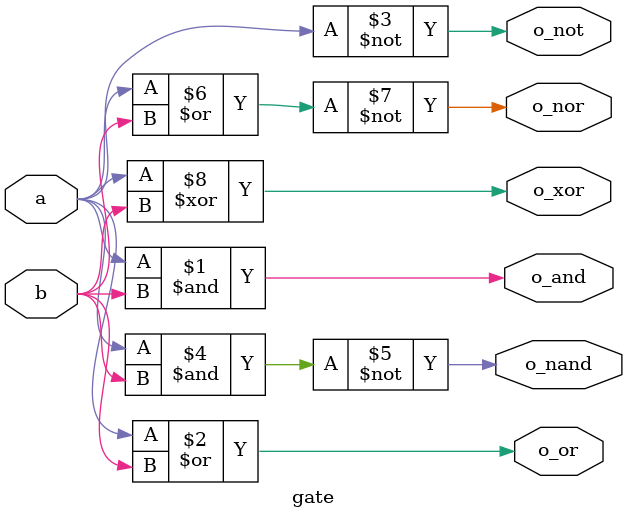
<source format=v>
module gate (input a,
             b,
             output o_and,
             o_or,
             o_not,
             o_nand,
             o_nor,
             o_xor);
    
    assign o_and  = a & b;
    assign o_or   = a | b;
    assign o_not  = ~a;
    assign o_nand = ~(a & b);
    assign o_nor  = ~(a | b);
    assign o_xor  = a ^ b;
    
endmodule

</source>
